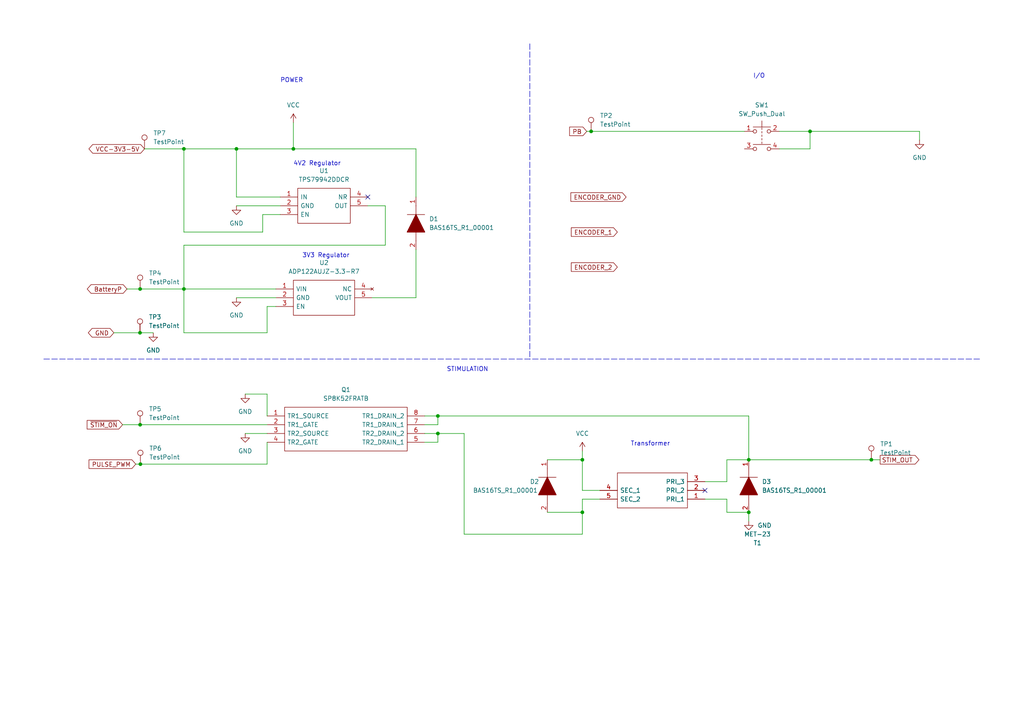
<source format=kicad_sch>
(kicad_sch (version 20211123) (generator eeschema)
  (paper "A4")
  (lib_symbols
    (symbol "Connector:TestPoint" (pin_numbers hide) (pin_names (offset 0.762) hide)
      (property "Reference" "TP" (at 0 6.858 0))
      (property "Value" "TestPoint" (at 0 5.08 0))
      (symbol "TestPoint_0_1"
        (circle (center 0 3.302) (radius 0.762))
      )
      (symbol "TestPoint_1_1"
        (pin passive line (at 0 0 90) (length 2.54) (name "1") (number "1"))
      )
    )
    (symbol "SamacSys_Parts:ADP122AUJZ-3.3-R7" (pin_names (offset 0.762))
      (property "Reference" "IC" (at 24.13 7.62 0))
      (property "Value" "ADP122AUJZ-3.3-R7" (at 24.13 5.08 0))
      (symbol "ADP122AUJZ-3.3-R7_0_0"
        (pin passive line (at 0 0 0) (length 5.08) (name "VIN") (number "1"))
        (pin passive line (at 0 -2.54 0) (length 5.08) (name "GND") (number "2"))
        (pin passive line (at 0 -5.08 0) (length 5.08) (name "EN") (number "3"))
        (pin no_connect line (at 27.94 0 180) (length 5.08) (name "NC") (number "4"))
        (pin passive line (at 27.94 -2.54 180) (length 5.08) (name "VOUT") (number "5"))
      )
      (symbol "ADP122AUJZ-3.3-R7_0_1"
        (polyline (pts (xy 5.08 2.54) (xy 22.86 2.54) (xy 22.86 -7.62) (xy 5.08 -7.62) (xy 5.08 2.54)) (stroke (width 0.1524)))
      )
    )
    (symbol "SamacSys_Parts:BAS16TS_R1_00001" (pin_names (offset 0.762))
      (property "Reference" "D" (at 11.43 5.08 0))
      (property "Value" "BAS16TS_R1_00001" (at 11.43 2.54 0))
      (symbol "BAS16TS_R1_00001_0_0"
        (pin passive line (at 0 0 0) (length 2.54) (name "~") (number "1"))
        (pin passive line (at 15.24 0 180) (length 2.54) (name "~") (number "2"))
      )
      (symbol "BAS16TS_R1_00001_0_1"
        (polyline (pts (xy 2.54 0) (xy 5.08 0)) (stroke (width 0.1524)))
        (polyline (pts (xy 5.08 2.54) (xy 5.08 -2.54)) (stroke (width 0.1524)))
        (polyline (pts (xy 10.16 0) (xy 12.7 0)) (stroke (width 0.1524)))
        (polyline (pts (xy 5.08 0) (xy 10.16 2.54) (xy 10.16 -2.54) (xy 5.08 0)) (stroke (width 0.254)) (fill (type outline)))
      )
    )
    (symbol "SamacSys_Parts:MET-23" (pin_names (offset 0.762))
      (property "Reference" "T1" (at -15.24 12.7 0))
      (property "Value" "MET-23" (at -15.24 10.16 0))
      (symbol "MET-23_0_0"
        (pin passive line (at 0 0 0) (length 5.08) (name "PRI_1") (number "1"))
        (pin passive line (at 0 -2.54 0) (length 5.08) (name "PRI_2") (number "2"))
        (pin passive line (at 0 -5.08 0) (length 5.08) (name "PRI_3") (number "3"))
        (pin passive line (at 30.48 -2.54 180) (length 5.08) (name "SEC_1") (number "4"))
        (pin passive line (at 30.48 0 180) (length 5.08) (name "SEC_2") (number "5"))
      )
      (symbol "MET-23_0_1"
        (polyline (pts (xy 5.08 2.54) (xy 25.4 2.54) (xy 25.4 -7.62) (xy 5.08 -7.62) (xy 5.08 2.54)) (stroke (width 0.1524)))
      )
    )
    (symbol "SamacSys_Parts:SP8K52FRATB" (pin_names (offset 0.762))
      (property "Reference" "Q" (at 41.91 7.62 0))
      (property "Value" "SP8K52FRATB" (at 41.91 5.08 0))
      (symbol "SP8K52FRATB_0_0"
        (pin passive line (at 0 0 0) (length 5.08) (name "TR1_SOURCE") (number "1"))
        (pin passive line (at 0 -2.54 0) (length 5.08) (name "TR1_GATE") (number "2"))
        (pin passive line (at 0 -5.08 0) (length 5.08) (name "TR2_SOURCE") (number "3"))
        (pin passive line (at 0 -7.62 0) (length 5.08) (name "TR2_GATE") (number "4"))
        (pin passive line (at 45.72 -7.62 180) (length 5.08) (name "TR2_DRAIN_1") (number "5"))
        (pin passive line (at 45.72 -5.08 180) (length 5.08) (name "TR2_DRAIN_2") (number "6"))
        (pin passive line (at 45.72 -2.54 180) (length 5.08) (name "TR1_DRAIN_1") (number "7"))
        (pin passive line (at 45.72 0 180) (length 5.08) (name "TR1_DRAIN_2") (number "8"))
      )
      (symbol "SP8K52FRATB_0_1"
        (polyline (pts (xy 5.08 2.54) (xy 40.64 2.54) (xy 40.64 -10.16) (xy 5.08 -10.16) (xy 5.08 2.54)) (stroke (width 0.1524)))
      )
    )
    (symbol "SamacSys_Parts:TPS79942DDCR" (pin_names (offset 0.762))
      (property "Reference" "IC" (at 21.59 7.62 0))
      (property "Value" "TPS79942DDCR" (at 21.59 5.08 0))
      (symbol "TPS79942DDCR_0_0"
        (pin passive line (at 0 0 0) (length 5.08) (name "IN") (number "1"))
        (pin passive line (at 0 -2.54 0) (length 5.08) (name "GND") (number "2"))
        (pin passive line (at 0 -5.08 0) (length 5.08) (name "EN") (number "3"))
        (pin passive line (at 25.4 0 180) (length 5.08) (name "NR") (number "4"))
        (pin passive line (at 25.4 -2.54 180) (length 5.08) (name "OUT") (number "5"))
      )
      (symbol "TPS79942DDCR_0_1"
        (polyline (pts (xy 5.08 2.54) (xy 20.32 2.54) (xy 20.32 -7.62) (xy 5.08 -7.62) (xy 5.08 2.54)) (stroke (width 0.1524)))
      )
    )
    (symbol "Switch:SW_Push_Dual" (pin_names (offset 1.016) hide)
      (property "Reference" "SW" (at 1.27 2.54 0))
      (property "Value" "SW_Push_Dual" (at 0 -6.858 0))
      (symbol "SW_Push_Dual_0_1"
        (circle (center -2.032 -5.08) (radius 0.508))
        (circle (center -2.032 0) (radius 0.508))
        (polyline (pts (xy 0 -3.048) (xy 0 -3.556)))
        (polyline (pts (xy 0 -2.032) (xy 0 -2.54)))
        (polyline (pts (xy 0 -1.524) (xy 0 -1.016)))
        (polyline (pts (xy 0 -0.508) (xy 0 0)))
        (polyline (pts (xy 0 0.508) (xy 0 1.016)))
        (polyline (pts (xy 0 1.27) (xy 0 3.048)))
        (polyline (pts (xy 2.54 -3.81) (xy -2.54 -3.81)))
        (polyline (pts (xy 2.54 1.27) (xy -2.54 1.27)))
        (circle (center 2.032 -5.08) (radius 0.508))
        (circle (center 2.032 0) (radius 0.508))
        (pin passive line (at -5.08 0 0) (length 2.54) (name "1") (number "1"))
        (pin passive line (at 5.08 0 180) (length 2.54) (name "2") (number "2"))
        (pin passive line (at -5.08 -5.08 0) (length 2.54) (name "3") (number "3"))
        (pin passive line (at 5.08 -5.08 180) (length 2.54) (name "4") (number "4"))
      )
    )
    (symbol "power:GND" (power) (pin_names (offset 0))
      (property "Value" "GND" (at 0 -3.81 0))
      (symbol "GND_0_1"
        (polyline (pts (xy 0 0) (xy 0 -1.27) (xy 1.27 -1.27) (xy 0 -2.54) (xy -1.27 -1.27) (xy 0 -1.27)))
      )
      (symbol "GND_1_1"
        (pin power_in line (at 0 0 270) (length 0) hide (name "GND") (number "1"))
      )
    )
    (symbol "power:VCC" (power) (pin_names (offset 0))
      (property "Value" "VCC" (at 0 3.81 0))
      (symbol "VCC_0_1"
        (polyline (pts (xy -0.762 1.27) (xy 0 2.54)))
        (polyline (pts (xy 0 0) (xy 0 2.54)))
        (polyline (pts (xy 0 2.54) (xy 0.762 1.27)))
      )
      (symbol "VCC_1_1"
        (pin power_in line (at 0 0 90) (length 0) hide (name "VCC") (number "1"))
      )
    )
  )
  (junction (at 168.91 133.35))
  (junction (at 40.7236 134.62))
  (junction (at 127 120.65))
  (junction (at 85.09 43.18))
  (junction (at 127 125.73))
  (junction (at 53.34 83.82))
  (junction (at 171.45 38.1))
  (junction (at 252.73 133.35))
  (junction (at 53.34 43.18))
  (junction (at 234.95 38.1))
  (junction (at 40.6065 96.52))
  (junction (at 217.17 133.35))
  (junction (at 40.64 83.82))
  (junction (at 217.17 148.59))
  (junction (at 40.64 123.19))
  (junction (at 168.91 148.59))
  (junction (at 68.58 43.18))
  (no_connect (at 106.68 57.15))
  (no_connect (at 204.47 142.24))
  (wire (pts (xy 111.76 71.12) (xy 53.34 71.12)))
  (wire (pts (xy 39.37 134.62) (xy 40.7236 134.62)))
  (wire (pts (xy 168.91 133.35) (xy 168.91 142.24)))
  (wire (pts (xy 68.58 86.36) (xy 80.01 86.36)))
  (wire (pts (xy 210.82 148.59) (xy 217.17 148.59)))
  (wire (pts (xy 68.58 43.18) (xy 85.09 43.18)))
  (wire (pts (xy 53.34 71.12) (xy 53.34 83.82)))
  (wire (pts (xy 111.76 71.12) (xy 111.76 59.69)))
  (wire (pts (xy 204.47 139.7) (xy 210.82 139.7)))
  (wire (pts (xy 234.95 38.1) (xy 266.7 38.1)))
  (wire (pts (xy 170.18 38.1) (xy 171.45 38.1)))
  (wire (pts (xy 217.17 148.59) (xy 217.17 151.13)))
  (wire (pts (xy 85.09 35.56) (xy 85.09 43.18)))
  (wire (pts (xy 53.34 83.82) (xy 80.01 83.82)))
  (wire (pts (xy 76.2 62.23) (xy 81.28 62.23)))
  (wire (pts (xy 127 120.65) (xy 123.19 120.65)))
  (wire (pts (xy 71.12 125.73) (xy 77.47 125.73)))
  (wire (pts (xy 168.91 144.78) (xy 168.91 148.59)))
  (wire (pts (xy 266.7 38.1) (xy 266.7 40.64)))
  (wire (pts (xy 76.2 67.31) (xy 53.34 67.31)))
  (wire (pts (xy 226.06 38.1) (xy 234.95 38.1)))
  (wire (pts (xy 226.06 43.18) (xy 234.95 43.18)))
  (wire (pts (xy 85.09 43.18) (xy 120.65 43.18)))
  (wire (pts (xy 134.62 125.73) (xy 134.62 154.94)))
  (wire (pts (xy 171.45 38.1) (xy 215.9 38.1)))
  (wire (pts (xy 210.82 144.78) (xy 210.82 148.59)))
  (wire (pts (xy 120.65 43.18) (xy 120.65 57.15)))
  (polyline (pts (xy 153.67 12.7) (xy 153.67 104.14)))
  (wire (pts (xy 210.82 139.7) (xy 210.82 133.35)))
  (wire (pts (xy 127 120.65) (xy 217.17 120.65)))
  (wire (pts (xy 123.19 123.19) (xy 127 123.19)))
  (wire (pts (xy 168.91 142.24) (xy 173.99 142.24)))
  (wire (pts (xy 134.62 154.94) (xy 168.91 154.94)))
  (wire (pts (xy 127 123.19) (xy 127 120.65)))
  (wire (pts (xy 77.47 134.62) (xy 77.47 128.27)))
  (wire (pts (xy 252.73 133.35) (xy 255.27 133.35)))
  (wire (pts (xy 107.95 86.36) (xy 120.65 86.36)))
  (wire (pts (xy 77.47 88.9) (xy 80.01 88.9)))
  (wire (pts (xy 40.6065 96.52) (xy 44.45 96.52)))
  (wire (pts (xy 111.76 59.69) (xy 106.68 59.69)))
  (wire (pts (xy 71.12 114.3) (xy 77.47 114.3)))
  (wire (pts (xy 36.83 83.82) (xy 40.64 83.82)))
  (wire (pts (xy 158.75 148.59) (xy 168.91 148.59)))
  (wire (pts (xy 77.47 120.65) (xy 77.47 114.3)))
  (wire (pts (xy 40.64 123.19) (xy 77.47 123.19)))
  (wire (pts (xy 168.91 154.94) (xy 168.91 148.59)))
  (wire (pts (xy 234.95 43.18) (xy 234.95 38.1)))
  (wire (pts (xy 68.58 43.18) (xy 68.58 57.15)))
  (wire (pts (xy 217.17 133.35) (xy 252.73 133.35)))
  (polyline (pts (xy 12.7 104.14) (xy 284.48 104.14)))
  (wire (pts (xy 40.7236 134.62) (xy 77.47 134.62)))
  (wire (pts (xy 40.64 83.82) (xy 53.34 83.82)))
  (wire (pts (xy 77.47 96.52) (xy 53.34 96.52)))
  (wire (pts (xy 123.19 128.27) (xy 127 128.27)))
  (wire (pts (xy 33.02 96.52) (xy 40.6065 96.52)))
  (wire (pts (xy 76.2 62.23) (xy 76.2 67.31)))
  (wire (pts (xy 53.34 43.18) (xy 68.58 43.18)))
  (wire (pts (xy 217.17 120.65) (xy 217.17 133.35)))
  (wire (pts (xy 134.62 125.73) (xy 127 125.73)))
  (wire (pts (xy 158.75 133.35) (xy 168.91 133.35)))
  (wire (pts (xy 127 125.73) (xy 123.19 125.73)))
  (wire (pts (xy 127 128.27) (xy 127 125.73)))
  (wire (pts (xy 204.47 144.78) (xy 210.82 144.78)))
  (wire (pts (xy 68.58 57.15) (xy 81.28 57.15)))
  (wire (pts (xy 77.47 88.9) (xy 77.47 96.52)))
  (wire (pts (xy 53.34 83.82) (xy 53.34 96.52)))
  (wire (pts (xy 35.56 123.19) (xy 40.64 123.19)))
  (wire (pts (xy 53.34 43.18) (xy 41.91 43.18)))
  (wire (pts (xy 53.34 43.18) (xy 53.34 67.31)))
  (wire (pts (xy 68.58 59.69) (xy 81.28 59.69)))
  (wire (pts (xy 168.91 130.81) (xy 168.91 133.35)))
  (wire (pts (xy 173.99 144.78) (xy 168.91 144.78)))
  (wire (pts (xy 210.82 133.35) (xy 217.17 133.35)))
  (wire (pts (xy 120.65 72.39) (xy 120.65 86.36)))
  (text "STIMULATION" (at 129.54 107.95 0) (effects (font (size 1.27 1.27)) (justify left bottom)))
  (text "I/O" (at 218.44 22.86 0) (effects (font (size 1.27 1.27)) (justify left bottom)))
  (text "3V3 Regulator" (at 87.63 74.93 0) (effects (font (size 1.27 1.27)) (justify left bottom)))
  (text "4V2 Regulator" (at 85.09 48.26 0) (effects (font (size 1.27 1.27)) (justify left bottom)))
  (text "POWER" (at 81.28 24.13 0) (effects (font (size 1.27 1.27)) (justify left bottom)))
  (text "Transformer\n" (at 182.88 129.54 0) (effects (font (size 1.27 1.27)) (justify left bottom)))
  (global_label "GND" (shape bidirectional) (at 33.02 96.52 180) (property "Intersheet References" "${INTERSHEET_REFS}" (effects hide)))
  (global_label "PB" (shape input) (at 170.18 38.1 180) (property "Intersheet References" "${INTERSHEET_REFS}" (effects hide)))
  (global_label "~{STIM_ON}" (shape input) (at 35.56 123.19 180) (property "Intersheet References" "${INTERSHEET_REFS}" (effects hide)))
  (global_label "BatteryP" (shape bidirectional) (at 36.83 83.82 180) (property "Intersheet References" "${INTERSHEET_REFS}" (effects hide)))
  (global_label "STIM_OUT" (shape output) (at 255.27 133.35 0) (property "Intersheet References" "${INTERSHEET_REFS}" (effects hide)))
  (global_label "ENCODER_2" (shape input) (at 179.07 77.47 180) (property "Intersheet References" "${INTERSHEET_REFS}" (effects hide)))
  (global_label "VCC-3V3-5V" (shape bidirectional) (at 41.91 43.18 180) (property "Intersheet References" "${INTERSHEET_REFS}" (effects hide)))
  (global_label "ENCODER_GND" (shape input) (at 181.61 57.15 180) (property "Intersheet References" "${INTERSHEET_REFS}" (effects hide)))
  (global_label "PULSE_PWM" (shape input) (at 39.37 134.62 180) (property "Intersheet References" "${INTERSHEET_REFS}" (effects hide)))
  (global_label "ENCODER_1" (shape input) (at 179.07 67.31 180) (property "Intersheet References" "${INTERSHEET_REFS}" (effects hide)))
  (symbol (lib_id "power:VCC") (at 85.09 35.56 0) (unit 1)
    (property "Reference" "#PWR0101" (effects hide))
    (property "Value" "VCC" (at 85.09 30.48 0))
  )
  (symbol (lib_id "SamacSys_Parts:ADP122AUJZ-3.3-R7") (at 80.01 83.82 0) (unit 1)
    (property "Reference" "U2" (at 93.98 76.2 0))
    (property "Value" "ADP122AUJZ-3.3-R7" (at 93.98 78.74 0))
    (property "Footprint" "Armstrong_circuit:ADP122AUJZ-3.3-R7" (effects hide))
    (property "Datasheet" "http://www.analog.com/media/en/technical-documentation/data-sheets/ADP122_123.pdf" (effects hide))
    (property "Description" "Linear Voltage Regulators 5.5V Input 300mA Low Quiescent Crnt CMOS" (effects hide))
    (property "Height" "1" (effects hide))
    (property "Manufacturer_Name" "Analog Devices" (effects hide))
    (property "Manufacturer_Part_Number" "ADP122AUJZ-3.3-R7" (effects hide))
    (property "Mouser Part Number" "584-ADP122AUJZ-3.3R7" (effects hide))
    (property "Mouser Price/Stock" "https://www.mouser.co.uk/ProductDetail/Analog-Devices/ADP122AUJZ-3.3-R7?qs=BpaRKvA4VqERsawSFjb%252Blw%3D%3D" (effects hide))
    (property "Arrow Part Number" "ADP122AUJZ-3.3-R7" (effects hide))
    (property "Arrow Price/Stock" "https://www.arrow.com/en/products/adp122aujz-3.3-r7/analog-devices?region=nac" (effects hide))
  )
  (symbol (lib_id "power:GND") (at 71.12 125.73 0) (unit 1)
    (property "Reference" "#PWR0102" (effects hide))
    (property "Value" "GND" (at 71.12 130.81 0))
  )
  (symbol (lib_id "power:VCC") (at 168.91 130.81 0) (unit 1)
    (property "Reference" "#PWR0105" (effects hide))
    (property "Value" "VCC" (at 168.91 125.73 0))
  )
  (symbol (lib_id "SamacSys_Parts:BAS16TS_R1_00001") (at 217.17 133.35 270) (unit 1)
    (property "Reference" "D3" (at 220.98 139.6999 90) (effects (justify left)))
    (property "Value" "BAS16TS_R1_00001" (at 220.98 142.2399 90) (effects (justify left)))
    (property "Footprint" "Armstrong_circuit:BAS16TS_R1_00001" (effects hide))
    (property "Datasheet" "https://eu.mouser.com/datasheet/2/1057/BAS16TS-1875670.pdf" (effects hide))
    (property "Description" "Diodes - General Purpose, Power, Switching A6/TR/13\"/RoHS/12K/SOD-523/SWI/SOD/USM-02AA/USM02-QI42/PJ///" (effects hide))
    (property "Height" "0.65" (effects hide))
    (property "Manufacturer_Name" "PANJIT" (effects hide))
    (property "Manufacturer_Part_Number" "BAS16TS_R1_00001" (effects hide))
    (property "Mouser Part Number" "241-BAS16TS_R1_00001" (effects hide))
    (property "Mouser Price/Stock" "https://www.mouser.co.uk/ProductDetail/Panjit/BAS16TS_R1_00001?qs=sPbYRqrBIVkk0IRTyt6GmQ%3D%3D" (effects hide))
  )
  (symbol (lib_id "Connector:TestPoint") (at 41.91 43.18 0) (unit 1)
    (property "Reference" "TP7" (at 44.45 38.6079 0) (effects (justify left)))
    (property "Value" "TestPoint" (at 44.45 41.1479 0) (effects (justify left)))
    (property "Footprint" "TestPoint:TestPoint_Pad_1.0x1.0mm" (effects hide))
  )
  (symbol (lib_id "power:GND") (at 217.17 151.13 0) (unit 1)
    (property "Reference" "#PWR05" (effects hide))
    (property "Value" "GND" (at 219.71 152.3999 0) (effects (justify left)))
  )
  (symbol (lib_id "Connector:TestPoint") (at 171.45 38.1 0) (unit 1)
    (property "Reference" "TP2" (at 173.99 33.5279 0) (effects (justify left)))
    (property "Value" "TestPoint" (at 173.99 36.0679 0) (effects (justify left)))
    (property "Footprint" "TestPoint:TestPoint_Pad_1.0x1.0mm" (effects hide))
  )
  (symbol (lib_id "Connector:TestPoint") (at 40.64 83.82 0) (unit 1)
    (property "Reference" "TP4" (at 43.18 79.2479 0) (effects (justify left)))
    (property "Value" "TestPoint" (at 43.18 81.7879 0) (effects (justify left)))
    (property "Footprint" "TestPoint:TestPoint_Pad_1.0x1.0mm" (effects hide))
  )
  (symbol (lib_id "Connector:TestPoint") (at 252.73 133.35 0) (unit 1)
    (property "Reference" "TP1" (at 255.27 128.7779 0) (effects (justify left)))
    (property "Value" "TestPoint" (at 255.27 131.3179 0) (effects (justify left)))
    (property "Footprint" "TestPoint:TestPoint_Pad_1.0x1.0mm" (effects hide))
  )
  (symbol (lib_id "SamacSys_Parts:TPS79942DDCR") (at 81.28 57.15 0) (unit 1)
    (property "Reference" "U1" (at 93.98 49.53 0))
    (property "Value" "TPS79942DDCR" (at 93.98 52.07 0))
    (property "Footprint" "Armstrong_circuit:ADP162AUJZ-4.2-R7" (effects hide))
    (property "Datasheet" "https://www.ti.com/lit/gpn/tps799" (effects hide))
    (property "Description" "200mA, Low Quiescent Current, Ultra-Low Noise, High PSRR Low Dropout Linear Regulator" (effects hide))
    (property "Height" "1.1" (effects hide))
    (property "Manufacturer_Name" "Texas Instruments" (effects hide))
    (property "Manufacturer_Part_Number" "TPS79942DDCR" (effects hide))
    (property "Mouser Part Number" "595-TPS79942DDCR" (effects hide))
    (property "Mouser Price/Stock" "https://www.mouser.co.uk/ProductDetail/Texas-Instruments/TPS79942DDCR?qs=0OHPnBYoB%2Fk9H7%252B%2F5eLFmA%3D%3D" (effects hide))
    (property "Arrow Part Number" "TPS79942DDCR" (effects hide))
    (property "Arrow Price/Stock" "https://www.arrow.com/en/products/tps79942ddcr/texas-instruments" (effects hide))
  )
  (symbol (lib_id "power:GND") (at 44.45 96.52 0) (unit 1)
    (property "Reference" "#PWR0104" (effects hide))
    (property "Value" "GND" (at 44.45 101.6 0))
  )
  (symbol (lib_id "power:GND") (at 68.58 59.69 0) (unit 1)
    (property "Reference" "#PWR01" (effects hide))
    (property "Value" "GND" (at 68.58 64.77 0))
  )
  (symbol (lib_id "Connector:TestPoint") (at 40.64 123.19 0) (unit 1)
    (property "Reference" "TP5" (at 43.18 118.6179 0) (effects (justify left)))
    (property "Value" "TestPoint" (at 43.18 121.1579 0) (effects (justify left)))
    (property "Footprint" "TestPoint:TestPoint_Pad_1.0x1.0mm" (effects hide))
  )
  (symbol (lib_id "SamacSys_Parts:SP8K52FRATB") (at 77.47 120.65 0) (unit 1)
    (property "Reference" "Q1" (at 100.33 113.03 0))
    (property "Value" "SP8K52FRATB" (at 100.33 115.57 0))
    (property "Footprint" "Armstrong_circuit:SP8K52FRATB" (effects hide))
    (property "Datasheet" "https://www.mouser.com/datasheet/2/348/sp8k52fra-e-1266313.pdf" (effects hide))
    (property "Description" "MOSFET Nch+Nch 100V Vds 3A 0.135Rds(on) 8.5Qg" (effects hide))
    (property "Height" "1.75" (effects hide))
    (property "Manufacturer_Name" "ROHM Semiconductor" (effects hide))
    (property "Manufacturer_Part_Number" "SP8K52FRATB" (effects hide))
    (property "Mouser Part Number" "755-SP8K52FRATB" (effects hide))
    (property "Mouser Price/Stock" "https://www.mouser.co.uk/ProductDetail/ROHM-Semiconductor/SP8K52FRATB?qs=4v%252BiZTmLVHHfw5jD3YyJ%252Bg%3D%3D" (effects hide))
  )
  (symbol (lib_id "SamacSys_Parts:BAS16TS_R1_00001") (at 158.75 133.35 270) (unit 1)
    (property "Reference" "D2" (at 153.67 139.7 90) (effects (justify left)))
    (property "Value" "BAS16TS_R1_00001" (at 137.16 142.24 90) (effects (justify left)))
    (property "Footprint" "Armstrong_circuit:BAS16TS_R1_00001" (effects hide))
    (property "Datasheet" "https://eu.mouser.com/datasheet/2/1057/BAS16TS-1875670.pdf" (effects hide))
    (property "Description" "Diodes - General Purpose, Power, Switching A6/TR/13\"/RoHS/12K/SOD-523/SWI/SOD/USM-02AA/USM02-QI42/PJ///" (effects hide))
    (property "Height" "0.65" (effects hide))
    (property "Manufacturer_Name" "PANJIT" (effects hide))
    (property "Manufacturer_Part_Number" "BAS16TS_R1_00001" (effects hide))
    (property "Mouser Part Number" "241-BAS16TS_R1_00001" (effects hide))
    (property "Mouser Price/Stock" "https://www.mouser.co.uk/ProductDetail/Panjit/BAS16TS_R1_00001?qs=sPbYRqrBIVkk0IRTyt6GmQ%3D%3D" (effects hide))
  )
  (symbol (lib_id "power:GND") (at 71.12 114.3 0) (unit 1)
    (property "Reference" "#PWR04" (effects hide))
    (property "Value" "GND" (at 71.12 119.38 0))
  )
  (symbol (lib_id "Connector:TestPoint") (at 40.6065 96.52 0) (unit 1)
    (property "Reference" "TP3" (at 43.1465 91.9479 0) (effects (justify left)))
    (property "Value" "TestPoint" (at 43.1465 94.4879 0) (effects (justify left)))
    (property "Footprint" "TestPoint:TestPoint_Pad_1.0x1.0mm" (effects hide))
  )
  (symbol (lib_id "SamacSys_Parts:BAS16TS_R1_00001") (at 120.65 57.15 270) (unit 1)
    (property "Reference" "D1" (at 124.46 63.4999 90) (effects (justify left)))
    (property "Value" "BAS16TS_R1_00001" (at 124.46 66.0399 90) (effects (justify left)))
    (property "Footprint" "Armstrong_circuit:BAS16TS_R1_00001" (effects hide))
    (property "Datasheet" "https://eu.mouser.com/datasheet/2/1057/BAS16TS-1875670.pdf" (effects hide))
    (property "Description" "Diodes - General Purpose, Power, Switching A6/TR/13\"/RoHS/12K/SOD-523/SWI/SOD/USM-02AA/USM02-QI42/PJ///" (effects hide))
    (property "Height" "0.65" (effects hide))
    (property "Manufacturer_Name" "PANJIT" (effects hide))
    (property "Manufacturer_Part_Number" "BAS16TS_R1_00001" (effects hide))
    (property "Mouser Part Number" "241-BAS16TS_R1_00001" (effects hide))
    (property "Mouser Price/Stock" "https://www.mouser.co.uk/ProductDetail/Panjit/BAS16TS_R1_00001?qs=sPbYRqrBIVkk0IRTyt6GmQ%3D%3D" (effects hide))
  )
  (symbol (lib_id "power:GND") (at 68.58 86.36 0) (unit 1)
    (property "Reference" "#PWR0103" (effects hide))
    (property "Value" "GND" (at 68.58 91.44 0))
  )
  (symbol (lib_id "Connector:TestPoint") (at 40.7236 134.62 0) (unit 1)
    (property "Reference" "TP6" (at 43.2636 130.0479 0) (effects (justify left)))
    (property "Value" "TestPoint" (at 43.2636 132.5879 0) (effects (justify left)))
    (property "Footprint" "TestPoint:TestPoint_Pad_1.0x1.0mm" (effects hide))
  )
  (symbol (lib_id "SamacSys_Parts:MET-23") (at 204.47 144.78 180) (unit 1)
    (property "Reference" "T1" (at 219.71 157.48 0))
    (property "Value" "MET-23" (at 219.71 154.94 0))
    (property "Footprint" "Armstrong_circuit:MET-23-SIDE" (effects hide))
    (property "Datasheet" "https://componentsearchengine.com/Datasheets/1/MET-23.pdf" (effects hide))
    (property "Description" "Audio Transformers / Signal Transformers AUDIO TRANSFORMER" (effects hide))
    (property "Height" "11.8" (effects hide))
    (property "Manufacturer_Name" "Tamura" (effects hide))
    (property "Manufacturer_Part_Number" "MET-23" (effects hide))
    (property "Mouser Part Number" "838-MET-23" (effects hide))
    (property "Mouser Price/Stock" "https://www.mouser.com/Search/Refine.aspx?Keyword=838-MET-23" (effects hide))
  )
  (symbol (lib_id "Switch:SW_Push_Dual") (at 220.98 38.1 0) (unit 1)
    (property "Reference" "SW1" (at 220.98 30.48 0))
    (property "Value" "SW_Push_Dual" (at 220.98 33.02 0))
    (property "Footprint" "Armstrong_circuit:CS1204AF260-SMD" (effects hide))
  )
  (symbol (lib_id "power:GND") (at 266.7 40.64 0) (unit 1)
    (property "Reference" "#PWR0106" (effects hide))
    (property "Value" "GND" (at 266.7 45.72 0))
  )
)
</source>
